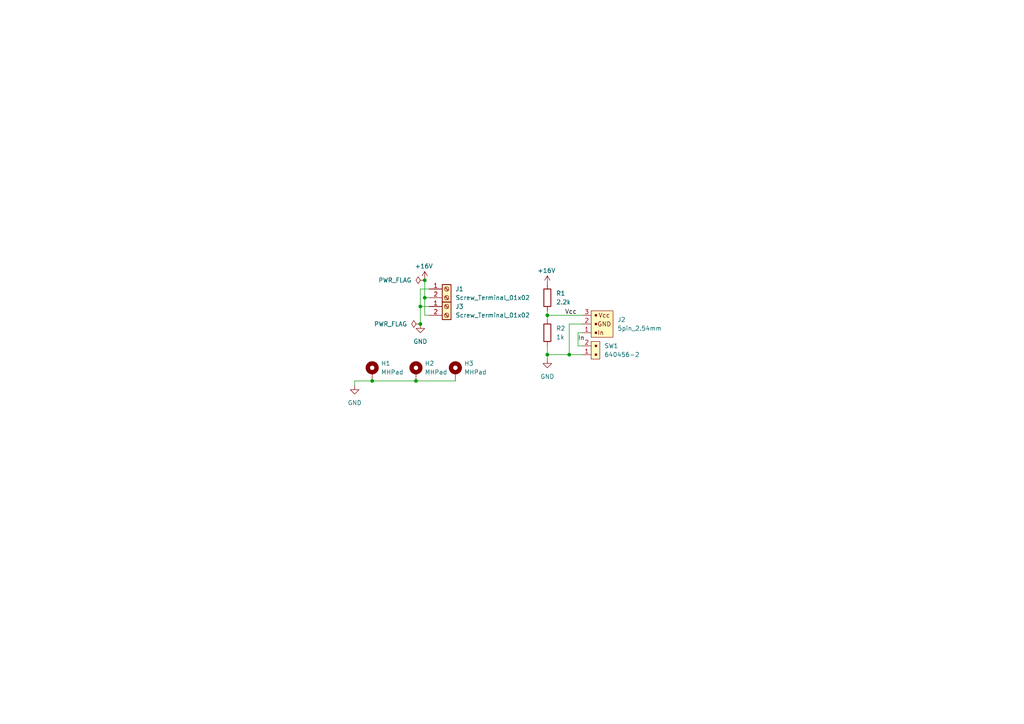
<source format=kicad_sch>
(kicad_sch (version 20250114) (generator "eeschema") (generator_version "9.0")
  (paper "A4")
  (title_block (title "Star Trekker Relay Board") (date "2025-04-20") (rev "v1.0") (company "EPFL Xplore"))
  (lib_symbols
    (symbol "Connector:Screw_Terminal_01x02" (pin_names (offset 1.016) (hide yes))
      (property "Reference" "J" (at 0 2.54 0))
      (property "Value" "Screw_Terminal_01x02" (at 0 -5.08 0))
      (symbol "Screw_Terminal_01x02_1_1"
        (rectangle (start -1.27 1.27) (end 1.27 -3.81) (stroke (width 0.254)) (fill (type background)))
        (polyline (pts (xy -0.5334 0.3302) (xy 0.3302 -0.508)) (stroke (width 0.1524)))
        (polyline (pts (xy -0.5334 -2.2098) (xy 0.3302 -3.048)) (stroke (width 0.1524)))
        (polyline (pts (xy -0.3556 0.508) (xy 0.508 -0.3302)) (stroke (width 0.1524)))
        (polyline (pts (xy -0.3556 -2.032) (xy 0.508 -2.8702)) (stroke (width 0.1524)))
        (circle (center 0 0) (radius 0.635) (stroke (width 0.1524)))
        (circle (center 0 -2.54) (radius 0.635) (stroke (width 0.1524)))
        (pin passive line (at -5.08 0 0) (length 3.81) (name "Pin_1") (number "1"))
        (pin passive line (at -5.08 -2.54 0) (length 3.81) (name "Pin_2") (number "2"))
      )
    )
    (symbol "Device:R" (pin_numbers (hide yes)) (pin_names (offset 0))
      (property "Reference" "R" (at 2.032 0 90))
      (property "Value" "R" (at 0 0 90))
      (symbol "R_0_1"
        (rectangle (start -1.016 -2.54) (end 1.016 2.54) (stroke (width 0.254)))
      )
      (symbol "R_1_1"
        (pin passive line (at 0 3.81 270) (length 1.27) (name "~") (number "1"))
        (pin passive line (at 0 -3.81 90) (length 1.27) (name "~") (number "2"))
      )
    )
    (symbol "Mechanical:MountingHole_Pad" (pin_numbers (hide yes)) (pin_names (offset 1.016) (hide yes)) (exclude_from_sim yes) (in_bom no)
      (property "Reference" "H" (at 0 6.35 0))
      (property "Value" "MountingHole_Pad" (at 0 4.445 0))
      (symbol "MountingHole_Pad_0_1"
        (circle (center 0 1.27) (radius 1.27) (stroke (width 1.27)))
      )
      (symbol "MountingHole_Pad_1_1"
        (pin input line (at 0 -2.54 90) (length 2.54) (name "1") (number "1"))
      )
    )
    (symbol "dk_Rectangular-Connectors-Headers-Male-Pins:640456-2" (pin_names (offset 1.016))
      (property "Reference" "J" (at -2.54 1.27 0))
      (property "Value" "640456-2" (at 1.27 -3.81 0))
      (symbol "640456-2_1_1"
        (rectangle (start -1.27 0) (end 3.81 -2.54) (fill (type background)))
        (rectangle (start -0.254 -1.143) (end 0.254 -1.651) (fill (type outline)))
        (rectangle (start 2.286 -1.143) (end 2.794 -1.651) (fill (type outline)))
        (pin passive line (at 0 2.54 270) (length 2.54) (name "~") (number "1"))
        (pin passive line (at 2.54 2.54 270) (length 2.54) (name "~") (number "2"))
      )
    )
    (symbol "hey_idk_hey_idk_hey:Relay Pin Inputs" (pin_names (offset 1.016))
      (property "Reference" "J" (at -2.54 -1.27 0))
      (property "Value" "5pin_2.54mm" (at 5.08 -7.62 0))
      (symbol "Relay Pin Inputs_1_1"
        (rectangle (start -1.27 0) (end 6.35 -6.35) (fill (type background)))
        (rectangle (start -0.254 -1.143) (end 0.254 -1.651) (fill (type outline)))
        (rectangle (start 2.286 -1.143) (end 2.794 -1.651) (fill (type outline)))
        (rectangle (start 4.826 -1.143) (end 5.334 -1.651) (fill (type outline)))
        (text "In" (at 0 -2.794 900) (effects (font (size 1.27 1.27))))
        (text "GND" (at 2.54 -3.81 900) (effects (font (size 1.27 1.27))))
        (text "Vcc" (at 5.08 -3.81 900) (effects (font (size 1.27 1.27))))
        (pin passive line (at 0 2.54 270) (length 2.54) (name "~") (number "1"))
        (pin passive line (at 2.54 2.54 270) (length 2.54) (name "~") (number "2"))
        (pin passive line (at 5.08 2.54 270) (length 2.54) (name "~") (number "3"))
      )
    )
    (symbol "power:+15V" (power) (pin_numbers (hide yes)) (pin_names (offset 0) (hide yes))
      (property "Value" "+15V" (at 0 3.556 0))
      (symbol "+15V_0_1"
        (polyline (pts (xy -0.762 1.27) (xy 0 2.54)))
        (polyline (pts (xy 0 2.54) (xy 0.762 1.27)))
        (polyline (pts (xy 0 0) (xy 0 2.54)))
      )
      (symbol "+15V_1_1"
        (pin power_in line (at 0 0 90) (length 0) (name "~") (number "1"))
      )
    )
    (symbol "power:GND" (power) (pin_numbers (hide yes)) (pin_names (offset 0) (hide yes))
      (property "Value" "GND" (at 0 -3.81 0))
      (symbol "GND_0_1"
        (polyline (pts (xy 0 0) (xy 0 -1.27) (xy 1.27 -1.27) (xy 0 -2.54) (xy -1.27 -1.27) (xy 0 -1.27)))
      )
      (symbol "GND_1_1"
        (pin power_in line (at 0 0 270) (length 0) (name "~") (number "1"))
      )
    )
    (symbol "power:PWR_FLAG" (power) (pin_numbers (hide yes)) (pin_names (offset 0) (hide yes))
      (property "Value" "PWR_FLAG" (at 0 3.81 0))
      (symbol "PWR_FLAG_0_0"
        (pin power_out line (at 0 0 90) (length 0) (name "~") (number "1"))
      )
      (symbol "PWR_FLAG_0_1"
        (polyline (pts (xy 0 0) (xy 0 1.27) (xy -1.016 1.905) (xy 0 2.54) (xy 1.016 1.905) (xy 0 1.27)))
      )
    )
  )
  (junction (at 165.1 102.87))
  (junction (at 158.75 102.87))
  (junction (at 158.75 91.44))
  (junction (at 123.19 86.36))
  (junction (at 121.92 88.9))
  (junction (at 107.95 110.49))
  (junction (at 120.65 110.49))
  (junction (at 123.19 81.28))
  (junction (at 121.92 93.98))
  (wire (pts (xy 158.75 102.87) (xy 165.1 102.87)))
  (wire (pts (xy 158.75 91.44) (xy 168.91 91.44)))
  (wire (pts (xy 167.64 96.52) (xy 168.91 96.52)))
  (wire (pts (xy 120.65 110.49) (xy 132.08 110.49)))
  (wire (pts (xy 123.19 81.28) (xy 123.19 86.36)))
  (wire (pts (xy 158.75 100.33) (xy 158.75 102.87)))
  (wire (pts (xy 121.92 93.98) (xy 121.92 88.9)))
  (wire (pts (xy 165.1 102.87) (xy 168.91 102.87)))
  (wire (pts (xy 158.75 90.17) (xy 158.75 91.44)))
  (wire (pts (xy 121.92 88.9) (xy 124.46 88.9)))
  (wire (pts (xy 167.64 100.33) (xy 167.64 96.52)))
  (wire (pts (xy 123.19 86.36) (xy 123.19 91.44)))
  (wire (pts (xy 158.75 102.87) (xy 158.75 104.14)))
  (wire (pts (xy 107.95 110.49) (xy 120.65 110.49)))
  (wire (pts (xy 165.1 93.98) (xy 168.91 93.98)))
  (wire (pts (xy 158.75 91.44) (xy 158.75 92.71)))
  (wire (pts (xy 102.87 110.49) (xy 107.95 110.49)))
  (wire (pts (xy 121.92 88.9) (xy 121.92 83.82)))
  (wire (pts (xy 102.87 111.76) (xy 102.87 110.49)))
  (wire (pts (xy 123.19 91.44) (xy 124.46 91.44)))
  (wire (pts (xy 123.19 86.36) (xy 124.46 86.36)))
  (wire (pts (xy 165.1 102.87) (xy 165.1 93.98)))
  (wire (pts (xy 168.91 100.33) (xy 167.64 100.33)))
  (wire (pts (xy 121.92 83.82) (xy 124.46 83.82)))
  (label "Vcc" (at 163.83 91.44 0))
  (label "In" (at 167.64 99.06 0))
  (symbol (lib_id "hey_idk_hey_idk_hey:Relay Pin Inputs") (at 171.45 96.52 90) (unit 1)
    (property "Reference" "J2" (at 179.07 92.7099 90) (effects (justify right)))
    (property "Value" "5pin_2.54mm" (at 179.07 95.2499 90) (effects (justify right)))
    (property "Footprint" "Library:PinHeader_1x3_P2.54mm_Drill1.02mm_1" (effects (hide yes)))
    (property "Datasheet" "http://www.jst-mfg.com/product/pdf/eng/eXH.pdf" (effects (hide yes)))
    (property "Description" "CONN HEADER VERT 5POS 2.54MM" (effects (hide yes)))
    (property "Digi-Key_PN" "455-2270-ND" (effects (hide yes)))
    (property "MPN" "B5B-XH-A(LF)(SN)" (effects (hide yes)))
    (property "Category" "Connectors, Interconnects" (effects (hide yes)))
    (property "Family" "Rectangular Connectors - Headers, Male Pins" (effects (hide yes)))
    (property "DK_Datasheet_Link" "http://www.jst-mfg.com/product/pdf/eng/eXH.pdf" (effects (hide yes)))
    (property "DK_Detail_Page" "/product-detail/en/jst-sales-america-inc/B5B-XH-A(LF)(SN)/455-2270-ND/1530483" (effects (hide yes)))
    (property "Description_1" "CONN HEADER VERT 5POS 2.5MM" (effects (hide yes)))
    (property "Manufacturer" "JST Sales America Inc." (effects (hide yes)))
    (property "Status" "Active" (effects (hide yes)))
  )
  (symbol (lib_id "power:GND") (at 102.87 111.76 0) (unit 1)
    (property "Reference" "#PWR06" (effects (hide yes)))
    (property "Value" "GND" (at 102.87 116.84 0))
    (property "Description" "Power symbol creates a global label with name \"GND\" , ground" (effects (hide yes)))
  )
  (symbol (lib_id "power:PWR_FLAG") (at 123.19 81.28 90) (unit 1)
    (property "Reference" "#FLG01" (effects (hide yes)))
    (property "Value" "PWR_FLAG" (at 119.38 81.2799 90) (effects (justify left)))
    (property "Description" "Special symbol for telling ERC where power comes from" (effects (hide yes)))
  )
  (symbol (lib_id "power:+15V") (at 158.75 82.55 0) (unit 1)
    (property "Reference" "#PWR02" (effects (hide yes)))
    (property "Value" "+16V" (at 158.496 78.486 0))
    (property "Description" "Power symbol creates a global label with name \"+15V\"" (effects (hide yes)))
  )
  (symbol (lib_id "Mechanical:MountingHole_Pad") (at 107.95 107.95 0) (unit 1) (in_bom no)
    (property "Reference" "H1" (at 110.49 105.4099 0) (effects (justify left)))
    (property "Value" "MHPad" (at 110.49 107.9499 0) (effects (justify left)))
    (property "Footprint" "MountingHole:MountingHole_3.2mm_M3_DIN965_Pad" (effects (hide yes)))
    (property "Description" "Mounting Hole with connection" (effects (hide yes)))
  )
  (symbol (lib_id "power:GND") (at 121.92 93.98 0) (unit 1)
    (property "Reference" "#PWR08" (effects (hide yes)))
    (property "Value" "GND" (at 121.92 99.06 0))
    (property "Description" "Power symbol creates a global label with name \"GND\" , ground" (effects (hide yes)))
  )
  (symbol (lib_id "Mechanical:MountingHole_Pad") (at 132.08 107.95 0) (unit 1) (in_bom no)
    (property "Reference" "H3" (at 134.62 105.4099 0) (effects (justify left)))
    (property "Value" "MHPad" (at 134.62 107.9499 0) (effects (justify left)))
    (property "Footprint" "MountingHole:MountingHole_3.2mm_M3_DIN965_Pad" (effects (hide yes)))
    (property "Description" "Mounting Hole with connection" (effects (hide yes)))
  )
  (symbol (lib_id "Device:R") (at 158.75 86.36 0) (unit 1)
    (property "Reference" "R1" (at 161.29 85.0899 0) (effects (justify left)))
    (property "Value" "2.2k" (at 161.29 87.6299 0) (effects (justify left)))
    (property "Footprint" "Resistor_SMD:R_0603_1608Metric_Pad0.98x0.95mm_HandSolder" (effects (hide yes)))
    (property "Description" "Resistor" (effects (hide yes)))
  )
  (symbol (lib_id "power:GND") (at 158.75 104.14 0) (unit 1)
    (property "Reference" "#PWR05" (effects (hide yes)))
    (property "Value" "GND" (at 158.75 109.22 0))
    (property "Description" "Power symbol creates a global label with name \"GND\" , ground" (effects (hide yes)))
  )
  (symbol (lib_id "Mechanical:MountingHole_Pad") (at 120.65 107.95 0) (unit 1) (in_bom no)
    (property "Reference" "H2" (at 123.19 105.4099 0) (effects (justify left)))
    (property "Value" "MHPad" (at 123.19 107.9499 0) (effects (justify left)))
    (property "Footprint" "MountingHole:MountingHole_3.2mm_M3_DIN965_Pad" (effects (hide yes)))
    (property "Description" "Mounting Hole with connection" (effects (hide yes)))
  )
  (symbol (lib_id "Connector:Screw_Terminal_01x02") (at 129.54 88.9 0) (unit 1)
    (property "Reference" "J3" (at 132.08 88.8999 0) (effects (justify left)))
    (property "Value" "Screw_Terminal_01x02" (at 132.08 91.4399 0) (effects (justify left)))
    (property "Footprint" "TerminalBlock_Phoenix:TerminalBlock_Phoenix_PT-1,5-2-5.0-H_1x02_P5.00mm_Horizontal" (effects (hide yes)))
    (property "Description" "Generic screw terminal, single row, 01x02, script generated (kicad-library-utils/schlib/autogen/connector/)" (effects (hide yes)))
  )
  (symbol (lib_id "Connector:Screw_Terminal_01x02") (at 129.54 83.82 0) (unit 1)
    (property "Reference" "J1" (at 132.08 83.8199 0) (effects (justify left)))
    (property "Value" "Screw_Terminal_01x02" (at 132.08 86.3599 0) (effects (justify left)))
    (property "Footprint" "TerminalBlock_Phoenix:TerminalBlock_Phoenix_PT-1,5-2-5.0-H_1x02_P5.00mm_Horizontal" (effects (hide yes)))
    (property "Description" "Generic screw terminal, single row, 01x02, script generated (kicad-library-utils/schlib/autogen/connector/)" (effects (hide yes)))
  )
  (symbol (lib_id "dk_Rectangular-Connectors-Headers-Male-Pins:640456-2") (at 171.45 102.87 90) (unit 1)
    (property "Reference" "SW1" (at 175.26 100.3299 90) (effects (justify right)))
    (property "Value" "640456-2" (at 175.26 102.8699 90) (effects (justify right)))
    (property "Footprint" "digikey-footprints:PinHeader_1x2_P2.54mm_Drill1.02mm" (effects (hide yes)))
    (property "Datasheet" "https://www.te.com/commerce/DocumentDelivery/DDEController?Action=srchrtrv&DocNm=640456&DocType=Customer+Drawing&DocLang=English" (effects (hide yes)))
    (property "Description" "CONN HEADER VERT 2POS 2.54MM" (effects (hide yes)))
    (property "Digi-Key_PN" "A1921-ND" (effects (hide yes)))
    (property "MPN" "640456-2" (effects (hide yes)))
    (property "Category" "Connectors, Interconnects" (effects (hide yes)))
    (property "Family" "Rectangular Connectors - Headers, Male Pins" (effects (hide yes)))
    (property "DK_Datasheet_Link" "https://www.te.com/commerce/DocumentDelivery/DDEController?Action=srchrtrv&DocNm=640456&DocType=Customer+Drawing&DocLang=English" (effects (hide yes)))
    (property "DK_Detail_Page" "/product-detail/en/te-connectivity-amp-connectors/640456-2/A1921-ND/109003" (effects (hide yes)))
    (property "Description_1" "CONN HEADER VERT 2POS 2.54MM" (effects (hide yes)))
    (property "Manufacturer" "TE Connectivity AMP Connectors" (effects (hide yes)))
    (property "Status" "Active" (effects (hide yes)))
  )
  (symbol (lib_id "power:PWR_FLAG") (at 121.92 93.98 90) (unit 1)
    (property "Reference" "#FLG02" (effects (hide yes)))
    (property "Value" "PWR_FLAG" (at 118.11 93.9799 90) (effects (justify left)))
    (property "Description" "Special symbol for telling ERC where power comes from" (effects (hide yes)))
  )
  (symbol (lib_id "Device:R") (at 158.75 96.52 0) (unit 1)
    (property "Reference" "R2" (at 161.29 95.2499 0) (effects (justify left)))
    (property "Value" "1k" (at 161.29 97.7899 0) (effects (justify left)))
    (property "Footprint" "Resistor_SMD:R_0603_1608Metric_Pad0.98x0.95mm_HandSolder" (effects (hide yes)))
    (property "Description" "Resistor" (effects (hide yes)))
  )
  (symbol (lib_id "power:+15V") (at 123.19 81.28 0) (unit 1)
    (property "Reference" "#PWR07" (effects (hide yes)))
    (property "Value" "+16V" (at 122.936 77.216 0))
    (property "Description" "Power symbol creates a global label with name \"+15V\"" (effects (hide yes)))
  )
)
</source>
